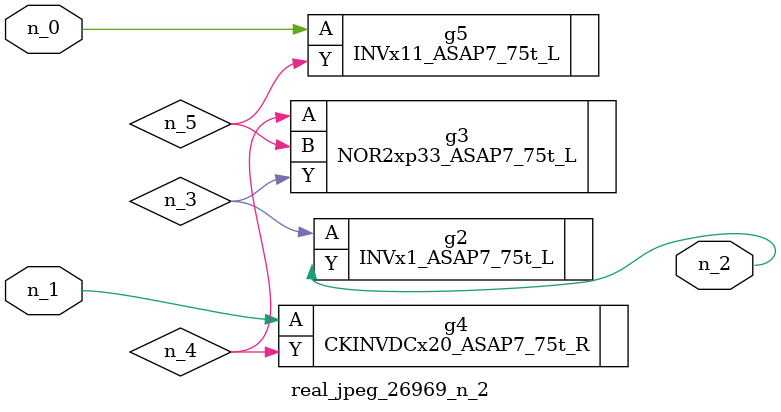
<source format=v>
module real_jpeg_26969_n_2 (n_1, n_0, n_2);

input n_1;
input n_0;

output n_2;

wire n_5;
wire n_4;
wire n_3;

INVx11_ASAP7_75t_L g5 ( 
.A(n_0),
.Y(n_5)
);

CKINVDCx20_ASAP7_75t_R g4 ( 
.A(n_1),
.Y(n_4)
);

INVx1_ASAP7_75t_L g2 ( 
.A(n_3),
.Y(n_2)
);

NOR2xp33_ASAP7_75t_L g3 ( 
.A(n_4),
.B(n_5),
.Y(n_3)
);


endmodule
</source>
